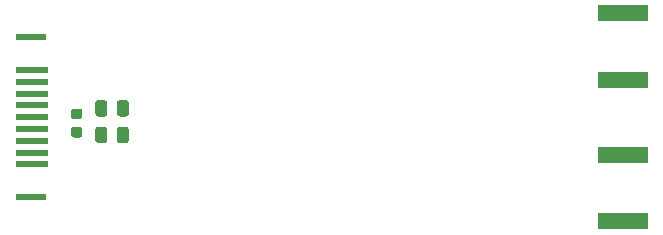
<source format=gbr>
%TF.GenerationSoftware,KiCad,Pcbnew,5.1.10-1.fc33*%
%TF.CreationDate,2021-10-10T15:03:15-05:00*%
%TF.ProjectId,serdes-rf-hdmi,73657264-6573-42d7-9266-2d68646d692e,B*%
%TF.SameCoordinates,Original*%
%TF.FileFunction,Soldermask,Bot*%
%TF.FilePolarity,Negative*%
%FSLAX46Y46*%
G04 Gerber Fmt 4.6, Leading zero omitted, Abs format (unit mm)*
G04 Created by KiCad (PCBNEW 5.1.10-1.fc33) date 2021-10-10 15:03:15*
%MOMM*%
%LPD*%
G01*
G04 APERTURE LIST*
%ADD10R,4.200000X1.350000*%
%ADD11R,2.600000X0.600000*%
%ADD12R,2.800000X0.500000*%
G04 APERTURE END LIST*
%TO.C,C1*%
G36*
G01*
X123500000Y-85825000D02*
X124000000Y-85825000D01*
G75*
G02*
X124225000Y-86050000I0J-225000D01*
G01*
X124225000Y-86500000D01*
G75*
G02*
X124000000Y-86725000I-225000J0D01*
G01*
X123500000Y-86725000D01*
G75*
G02*
X123275000Y-86500000I0J225000D01*
G01*
X123275000Y-86050000D01*
G75*
G02*
X123500000Y-85825000I225000J0D01*
G01*
G37*
G36*
G01*
X123500000Y-84275000D02*
X124000000Y-84275000D01*
G75*
G02*
X124225000Y-84500000I0J-225000D01*
G01*
X124225000Y-84950000D01*
G75*
G02*
X124000000Y-85175000I-225000J0D01*
G01*
X123500000Y-85175000D01*
G75*
G02*
X123275000Y-84950000I0J225000D01*
G01*
X123275000Y-84500000D01*
G75*
G02*
X123500000Y-84275000I225000J0D01*
G01*
G37*
%TD*%
D10*
%TO.C,J2*%
X170000000Y-88175000D03*
X170000000Y-93825000D03*
%TD*%
%TO.C,R2*%
G36*
G01*
X126350000Y-86049998D02*
X126350000Y-86950002D01*
G75*
G02*
X126100002Y-87200000I-249998J0D01*
G01*
X125574998Y-87200000D01*
G75*
G02*
X125325000Y-86950002I0J249998D01*
G01*
X125325000Y-86049998D01*
G75*
G02*
X125574998Y-85800000I249998J0D01*
G01*
X126100002Y-85800000D01*
G75*
G02*
X126350000Y-86049998I0J-249998D01*
G01*
G37*
G36*
G01*
X128175000Y-86049998D02*
X128175000Y-86950002D01*
G75*
G02*
X127925002Y-87200000I-249998J0D01*
G01*
X127399998Y-87200000D01*
G75*
G02*
X127150000Y-86950002I0J249998D01*
G01*
X127150000Y-86049998D01*
G75*
G02*
X127399998Y-85800000I249998J0D01*
G01*
X127925002Y-85800000D01*
G75*
G02*
X128175000Y-86049998I0J-249998D01*
G01*
G37*
%TD*%
%TO.C,R1*%
G36*
G01*
X126350000Y-83799998D02*
X126350000Y-84700002D01*
G75*
G02*
X126100002Y-84950000I-249998J0D01*
G01*
X125574998Y-84950000D01*
G75*
G02*
X125325000Y-84700002I0J249998D01*
G01*
X125325000Y-83799998D01*
G75*
G02*
X125574998Y-83550000I249998J0D01*
G01*
X126100002Y-83550000D01*
G75*
G02*
X126350000Y-83799998I0J-249998D01*
G01*
G37*
G36*
G01*
X128175000Y-83799998D02*
X128175000Y-84700002D01*
G75*
G02*
X127925002Y-84950000I-249998J0D01*
G01*
X127399998Y-84950000D01*
G75*
G02*
X127150000Y-84700002I0J249998D01*
G01*
X127150000Y-83799998D01*
G75*
G02*
X127399998Y-83550000I249998J0D01*
G01*
X127925002Y-83550000D01*
G75*
G02*
X128175000Y-83799998I0J-249998D01*
G01*
G37*
%TD*%
%TO.C,J3*%
X170000000Y-76175000D03*
X170000000Y-81825000D03*
%TD*%
D11*
%TO.C,J1*%
X119900000Y-91775000D03*
X119900000Y-78225000D03*
D12*
X120000000Y-89000000D03*
X120000000Y-88000000D03*
X120000000Y-87000000D03*
X120000000Y-86000000D03*
X120000000Y-85000000D03*
X120000000Y-84000000D03*
X120000000Y-83000000D03*
X120000000Y-82000000D03*
X120000000Y-81000000D03*
%TD*%
M02*

</source>
